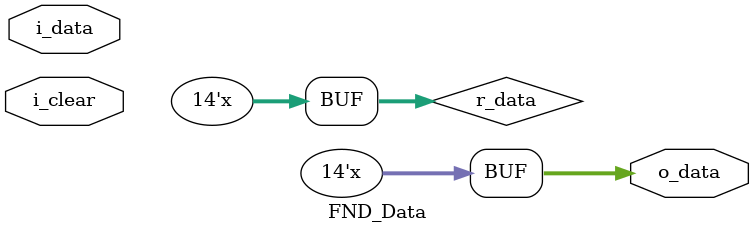
<source format=v>
`timescale 1ns / 1ps

module FND_Data(
    input [13:0] i_data,
    input i_clear,
    output [13:0] o_data
    );

    reg [13:0] r_data = 0;
    reg [13:0] r_prev_data = 0;

    assign o_data = r_data;

    always @(*) begin
        if (i_clear) begin
            r_prev_data <= i_data;
        end
        r_data <= i_data - r_prev_data;
    end
endmodule

</source>
